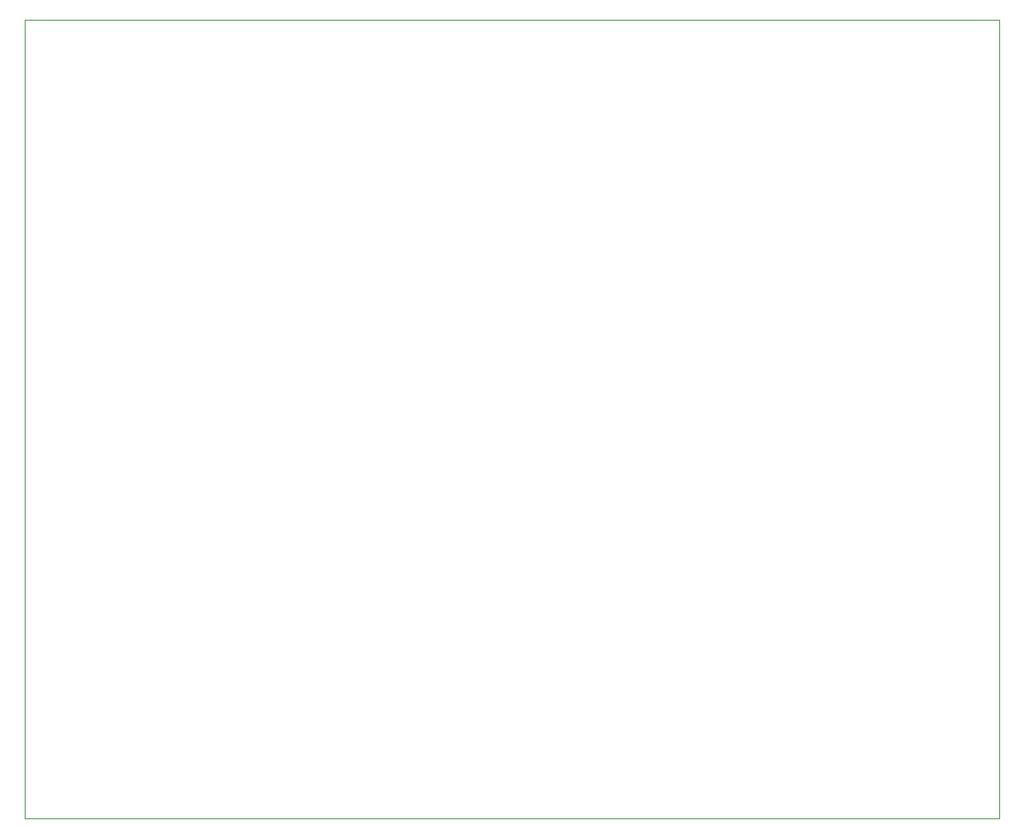
<source format=gbr>
%TF.GenerationSoftware,KiCad,Pcbnew,8.0.1*%
%TF.CreationDate,2024-04-01T06:51:43-04:00*%
%TF.ProjectId,emandoharp,656d616e-646f-4686-9172-702e6b696361,rev?*%
%TF.SameCoordinates,Original*%
%TF.FileFunction,Profile,NP*%
%FSLAX46Y46*%
G04 Gerber Fmt 4.6, Leading zero omitted, Abs format (unit mm)*
G04 Created by KiCad (PCBNEW 8.0.1) date 2024-04-01 06:51:43*
%MOMM*%
%LPD*%
G01*
G04 APERTURE LIST*
%TA.AperFunction,Profile*%
%ADD10C,0.050000*%
%TD*%
G04 APERTURE END LIST*
D10*
X47500000Y-75000000D02*
X147500000Y-75000000D01*
X147500000Y-157000000D01*
X47500000Y-157000000D01*
X47500000Y-75000000D01*
M02*

</source>
